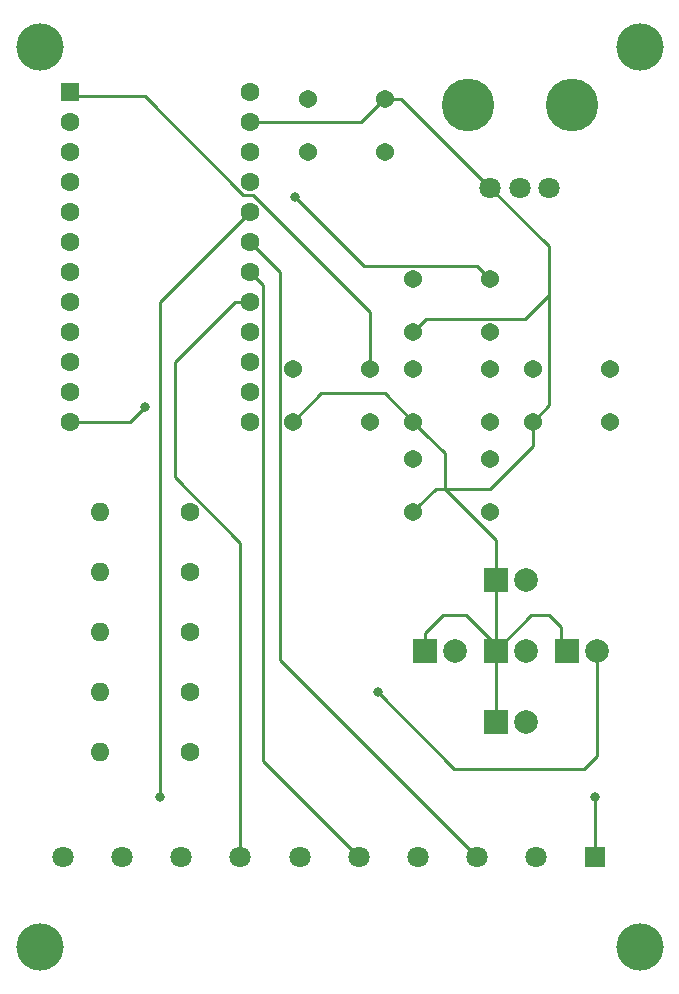
<source format=gbr>
%TF.GenerationSoftware,KiCad,Pcbnew,(5.1.6)-1*%
%TF.CreationDate,2020-06-27T19:36:01-04:00*%
%TF.ProjectId,dancegames controller,64616e63-6567-4616-9d65-7320636f6e74,rev?*%
%TF.SameCoordinates,Original*%
%TF.FileFunction,Copper,L1,Top*%
%TF.FilePolarity,Positive*%
%FSLAX46Y46*%
G04 Gerber Fmt 4.6, Leading zero omitted, Abs format (unit mm)*
G04 Created by KiCad (PCBNEW (5.1.6)-1) date 2020-06-27 19:36:01*
%MOMM*%
%LPD*%
G01*
G04 APERTURE LIST*
%TA.AperFunction,ComponentPad*%
%ADD10C,2.000000*%
%TD*%
%TA.AperFunction,ComponentPad*%
%ADD11R,2.000000X2.000000*%
%TD*%
%TA.AperFunction,ComponentPad*%
%ADD12C,4.460000*%
%TD*%
%TA.AperFunction,ComponentPad*%
%ADD13C,1.800000*%
%TD*%
%TA.AperFunction,ComponentPad*%
%ADD14C,4.000000*%
%TD*%
%TA.AperFunction,ComponentPad*%
%ADD15C,1.540000*%
%TD*%
%TA.AperFunction,ComponentPad*%
%ADD16R,1.800000X1.800000*%
%TD*%
%TA.AperFunction,ComponentPad*%
%ADD17C,1.600000*%
%TD*%
%TA.AperFunction,ComponentPad*%
%ADD18R,1.600000X1.600000*%
%TD*%
%TA.AperFunction,ComponentPad*%
%ADD19O,1.600000X1.600000*%
%TD*%
%TA.AperFunction,ViaPad*%
%ADD20C,0.800000*%
%TD*%
%TA.AperFunction,Conductor*%
%ADD21C,0.250000*%
%TD*%
G04 APERTURE END LIST*
D10*
%TO.P,D5,2*%
%TO.N,Net-(D5-Pad2)*%
X153540000Y-114000000D03*
D11*
%TO.P,D5,1*%
%TO.N,GND*%
X151000000Y-114000000D03*
%TD*%
D10*
%TO.P,D4,2*%
%TO.N,Net-(D4-Pad2)*%
X159540000Y-114000000D03*
D11*
%TO.P,D4,1*%
%TO.N,GND*%
X157000000Y-114000000D03*
%TD*%
D10*
%TO.P,D3,2*%
%TO.N,Net-(D3-Pad2)*%
X153540000Y-108000000D03*
D11*
%TO.P,D3,1*%
%TO.N,GND*%
X151000000Y-108000000D03*
%TD*%
D10*
%TO.P,D1,2*%
%TO.N,Net-(D1-Pad2)*%
X147540000Y-114000000D03*
D11*
%TO.P,D1,1*%
%TO.N,GND*%
X145000000Y-114000000D03*
%TD*%
D10*
%TO.P,D2,2*%
%TO.N,Net-(D2-Pad2)*%
X153540000Y-120000000D03*
D11*
%TO.P,D2,1*%
%TO.N,GND*%
X151000000Y-120000000D03*
%TD*%
D12*
%TO.P,VR1,5*%
%TO.N,N/C*%
X157435000Y-67815000D03*
%TO.P,VR1,4*%
X148635000Y-67815000D03*
D13*
%TO.P,VR1,3*%
%TO.N,Net-(U1-Pad12)*%
X155535000Y-74815000D03*
%TO.P,VR1,2*%
%TO.N,+5V*%
X153035000Y-74815000D03*
%TO.P,VR1,1*%
%TO.N,GND*%
X150535000Y-74815000D03*
%TD*%
D14*
%TO.P,HOLE_M3,1*%
%TO.N,N/C*%
X163195000Y-139065000D03*
%TD*%
%TO.P,HOLE_M3,1*%
%TO.N,N/C*%
X112395000Y-139065000D03*
%TD*%
%TO.P,HOLE_M3,1*%
%TO.N,N/C*%
X163195000Y-62865000D03*
%TD*%
%TO.P,HOLE_M3,1*%
%TO.N,N/C*%
X112395000Y-62865000D03*
%TD*%
D15*
%TO.P,S4,4*%
%TO.N,Net-(S4-Pad4)*%
X154155000Y-90115000D03*
%TO.P,S4,3*%
%TO.N,Net-(S4-Pad3)*%
X160655000Y-90115000D03*
%TO.P,S4,2*%
%TO.N,GND*%
X154155000Y-94615000D03*
%TO.P,S4,1*%
%TO.N,Net-(S4-Pad1)*%
X160655000Y-94615000D03*
%TD*%
D13*
%TO.P,JPadConenctorHeader1,10*%
%TO.N,GND*%
X114385000Y-131445000D03*
%TO.P,JPadConenctorHeader1,9*%
%TO.N,Net-(JPadConenctorHeader1-Pad9)*%
X119385000Y-131445000D03*
%TO.P,JPadConenctorHeader1,8*%
%TO.N,GND*%
X124385000Y-131445000D03*
%TO.P,JPadConenctorHeader1,7*%
%TO.N,Net-(JPadConenctorHeader1-Pad7)*%
X129385000Y-131445000D03*
%TO.P,JPadConenctorHeader1,6*%
%TO.N,GND*%
X134385000Y-131445000D03*
%TO.P,JPadConenctorHeader1,5*%
%TO.N,Net-(JPadConenctorHeader1-Pad5)*%
X139385000Y-131445000D03*
%TO.P,JPadConenctorHeader1,4*%
%TO.N,GND*%
X144385000Y-131445000D03*
%TO.P,JPadConenctorHeader1,3*%
%TO.N,Net-(JPadConenctorHeader1-Pad3)*%
X149385000Y-131445000D03*
%TO.P,JPadConenctorHeader1,2*%
%TO.N,GND*%
X154385000Y-131445000D03*
D16*
%TO.P,JPadConenctorHeader1,1*%
%TO.N,Net-(JPadConenctorHeader1-Pad1)*%
X159385000Y-131445000D03*
%TD*%
D17*
%TO.P,U1,24*%
%TO.N,Net-(U1-Pad24)*%
X130175000Y-66675000D03*
%TO.P,U1,23*%
%TO.N,GND*%
X130175000Y-69215000D03*
%TO.P,U1,22*%
%TO.N,Net-(SR1-Pad2)*%
X130175000Y-71755000D03*
%TO.P,U1,21*%
%TO.N,+5V*%
X130175000Y-74295000D03*
%TO.P,U1,20*%
%TO.N,Net-(JPadConenctorHeader1-Pad1)*%
X130175000Y-76835000D03*
%TO.P,U1,19*%
%TO.N,Net-(JPadConenctorHeader1-Pad3)*%
X130175000Y-79375000D03*
%TO.P,U1,18*%
%TO.N,Net-(JPadConenctorHeader1-Pad5)*%
X130175000Y-81915000D03*
%TO.P,U1,17*%
%TO.N,Net-(JPadConenctorHeader1-Pad7)*%
X130175000Y-84455000D03*
%TO.P,U1,16*%
%TO.N,Net-(S5-Pad3)*%
X130175000Y-86995000D03*
%TO.P,U1,15*%
%TO.N,Net-(S4-Pad3)*%
X130175000Y-89535000D03*
%TO.P,U1,14*%
%TO.N,Net-(S3-Pad3)*%
X130175000Y-92075000D03*
%TO.P,U1,13*%
%TO.N,Net-(JPadConenctorHeader1-Pad9)*%
X130175000Y-94615000D03*
%TO.P,U1,12*%
%TO.N,Net-(U1-Pad12)*%
X114935000Y-94615000D03*
%TO.P,U1,11*%
%TO.N,Net-(U1-Pad11)*%
X114935000Y-92075000D03*
%TO.P,U1,10*%
%TO.N,Net-(U1-Pad10)*%
X114935000Y-89535000D03*
%TO.P,U1,9*%
%TO.N,Net-(R5-220ohm1-Pad2)*%
X114935000Y-86995000D03*
%TO.P,U1,8*%
%TO.N,Net-(R4-220ohm1-Pad2)*%
X114935000Y-84455000D03*
%TO.P,U1,7*%
%TO.N,Net-(R3-220ohm1-Pad2)*%
X114935000Y-81915000D03*
%TO.P,U1,6*%
%TO.N,Net-(R2-220ohm1-Pad2)*%
X114935000Y-79375000D03*
%TO.P,U1,5*%
%TO.N,Net-(R1-220ohm1-Pad2)*%
X114935000Y-76835000D03*
%TO.P,U1,4*%
%TO.N,Net-(U1-Pad4)*%
X114935000Y-74295000D03*
%TO.P,U1,3*%
%TO.N,Net-(U1-Pad3)*%
X114935000Y-71755000D03*
%TO.P,U1,2*%
%TO.N,Net-(S2-Pad3)*%
X114935000Y-69215000D03*
D18*
%TO.P,U1,1*%
%TO.N,Net-(S1-Pad3)*%
X114935000Y-66675000D03*
%TD*%
D15*
%TO.P,SR1,4*%
%TO.N,Net-(SR1-Pad4)*%
X135105000Y-67255000D03*
%TO.P,SR1,3*%
%TO.N,GND*%
X141605000Y-67255000D03*
%TO.P,SR1,2*%
%TO.N,Net-(SR1-Pad2)*%
X135105000Y-71755000D03*
%TO.P,SR1,1*%
%TO.N,Net-(SR1-Pad1)*%
X141605000Y-71755000D03*
%TD*%
%TO.P,S5,4*%
%TO.N,Net-(S5-Pad4)*%
X143995000Y-90115000D03*
%TO.P,S5,3*%
%TO.N,Net-(S5-Pad3)*%
X150495000Y-90115000D03*
%TO.P,S5,2*%
%TO.N,GND*%
X143995000Y-94615000D03*
%TO.P,S5,1*%
%TO.N,Net-(S5-Pad1)*%
X150495000Y-94615000D03*
%TD*%
%TO.P,S3,4*%
%TO.N,Net-(S3-Pad4)*%
X143995000Y-97735000D03*
%TO.P,S3,3*%
%TO.N,Net-(S3-Pad3)*%
X150495000Y-97735000D03*
%TO.P,S3,2*%
%TO.N,GND*%
X143995000Y-102235000D03*
%TO.P,S3,1*%
%TO.N,Net-(S3-Pad1)*%
X150495000Y-102235000D03*
%TD*%
%TO.P,S2,4*%
%TO.N,Net-(S2-Pad4)*%
X143995000Y-82495000D03*
%TO.P,S2,3*%
%TO.N,Net-(S2-Pad3)*%
X150495000Y-82495000D03*
%TO.P,S2,2*%
%TO.N,GND*%
X143995000Y-86995000D03*
%TO.P,S2,1*%
%TO.N,Net-(S2-Pad1)*%
X150495000Y-86995000D03*
%TD*%
%TO.P,S1,4*%
%TO.N,Net-(S1-Pad4)*%
X133835000Y-90115000D03*
%TO.P,S1,3*%
%TO.N,Net-(S1-Pad3)*%
X140335000Y-90115000D03*
%TO.P,S1,2*%
%TO.N,GND*%
X133835000Y-94615000D03*
%TO.P,S1,1*%
%TO.N,Net-(S1-Pad1)*%
X140335000Y-94615000D03*
%TD*%
D19*
%TO.P,R5-220ohm1,2*%
%TO.N,Net-(R5-220ohm1-Pad2)*%
X117475000Y-122555000D03*
D17*
%TO.P,R5-220ohm1,1*%
%TO.N,Net-(D5-Pad2)*%
X125095000Y-122555000D03*
%TD*%
D19*
%TO.P,R4-220ohm1,2*%
%TO.N,Net-(R4-220ohm1-Pad2)*%
X117475000Y-117475000D03*
D17*
%TO.P,R4-220ohm1,1*%
%TO.N,Net-(D4-Pad2)*%
X125095000Y-117475000D03*
%TD*%
D19*
%TO.P,R3-220ohm1,2*%
%TO.N,Net-(R3-220ohm1-Pad2)*%
X117475000Y-112395000D03*
D17*
%TO.P,R3-220ohm1,1*%
%TO.N,Net-(D3-Pad2)*%
X125095000Y-112395000D03*
%TD*%
D19*
%TO.P,R2-220ohm1,2*%
%TO.N,Net-(R2-220ohm1-Pad2)*%
X117475000Y-107315000D03*
D17*
%TO.P,R2-220ohm1,1*%
%TO.N,Net-(D2-Pad2)*%
X125095000Y-107315000D03*
%TD*%
D19*
%TO.P,R1-220ohm1,2*%
%TO.N,Net-(R1-220ohm1-Pad2)*%
X117475000Y-102235000D03*
D17*
%TO.P,R1-220ohm1,1*%
%TO.N,Net-(D1-Pad2)*%
X125095000Y-102235000D03*
%TD*%
D20*
%TO.N,Net-(D4-Pad2)*%
X141000000Y-117500000D03*
%TO.N,Net-(JPadConenctorHeader1-Pad1)*%
X122555000Y-126365000D03*
X159385000Y-126365000D03*
%TO.N,Net-(S2-Pad3)*%
X133985000Y-75565000D03*
%TO.N,Net-(U1-Pad12)*%
X121285000Y-93345000D03*
%TD*%
D21*
%TO.N,Net-(D4-Pad2)*%
X159540000Y-114000000D02*
X159540000Y-122960000D01*
X159540000Y-122960000D02*
X158500000Y-124000000D01*
X158500000Y-124000000D02*
X147500000Y-124000000D01*
X147500000Y-124000000D02*
X141000000Y-117500000D01*
X141000000Y-117500000D02*
X141000000Y-117500000D01*
%TO.N,Net-(JPadConenctorHeader1-Pad7)*%
X129385000Y-104859998D02*
X123825000Y-99299998D01*
X129385000Y-131445000D02*
X129385000Y-104859998D01*
X123825000Y-99299998D02*
X123825000Y-89535000D01*
X128905000Y-84455000D02*
X130175000Y-84455000D01*
X123825000Y-89535000D02*
X128905000Y-84455000D01*
%TO.N,Net-(JPadConenctorHeader1-Pad5)*%
X131300001Y-83040001D02*
X130175000Y-81915000D01*
X139385000Y-131445000D02*
X131300001Y-123360001D01*
X131300001Y-123360001D02*
X131300001Y-83040001D01*
%TO.N,Net-(JPadConenctorHeader1-Pad3)*%
X132739999Y-81939999D02*
X130175000Y-79375000D01*
X132739999Y-114799999D02*
X132739999Y-81939999D01*
X149385000Y-131445000D02*
X132739999Y-114799999D01*
%TO.N,Net-(JPadConenctorHeader1-Pad1)*%
X130175000Y-76835000D02*
X122555000Y-84455000D01*
X122555000Y-84455000D02*
X122555000Y-126365000D01*
X122555000Y-126365000D02*
X122555000Y-126365000D01*
X159385000Y-126365000D02*
X159385000Y-131445000D01*
%TO.N,Net-(S1-Pad3)*%
X129634999Y-75420001D02*
X121285000Y-67070002D01*
X130425003Y-75420001D02*
X129634999Y-75420001D01*
X140335000Y-90115000D02*
X140335000Y-85329998D01*
X140335000Y-85329998D02*
X130425003Y-75420001D01*
X115330002Y-67070002D02*
X114935000Y-66675000D01*
X121285000Y-67070002D02*
X115330002Y-67070002D01*
%TO.N,Net-(S2-Pad3)*%
X149399999Y-81399999D02*
X139819999Y-81399999D01*
X150495000Y-82495000D02*
X149399999Y-81399999D01*
X139819999Y-81399999D02*
X133985000Y-75565000D01*
X133985000Y-75565000D02*
X133985000Y-75565000D01*
%TO.N,Net-(U1-Pad12)*%
X114935000Y-94615000D02*
X120015000Y-94615000D01*
X120015000Y-94615000D02*
X121285000Y-93345000D01*
X121285000Y-93345000D02*
X121285000Y-93345000D01*
%TO.N,GND*%
X145265000Y-95885000D02*
X143995000Y-94615000D01*
X124385000Y-132155000D02*
X124385000Y-131445000D01*
X155535000Y-93235000D02*
X154155000Y-94615000D01*
X144445010Y-101784990D02*
X144181400Y-101784990D01*
X145900000Y-100330000D02*
X144445010Y-101784990D01*
X143995000Y-94615000D02*
X146685000Y-97305000D01*
X146685000Y-100330000D02*
X145900000Y-100330000D01*
X136225000Y-92225000D02*
X133835000Y-94615000D01*
X141605000Y-92225000D02*
X136225000Y-92225000D01*
X143995000Y-94615000D02*
X141605000Y-92225000D01*
X154155000Y-96670000D02*
X154155000Y-94615000D01*
X150495000Y-100330000D02*
X146685000Y-100330000D01*
X150495000Y-100330000D02*
X154155000Y-96670000D01*
X139610000Y-69250000D02*
X141286795Y-67573205D01*
X130175000Y-69215000D02*
X130210000Y-69250000D01*
X130210000Y-69250000D02*
X139610000Y-69250000D01*
X155535000Y-84035000D02*
X155535000Y-93235000D01*
X155500000Y-79780000D02*
X155500000Y-84000000D01*
X150535000Y-74815000D02*
X155500000Y-79780000D01*
X155500000Y-84000000D02*
X155535000Y-84035000D01*
X145090001Y-85899999D02*
X153495001Y-85899999D01*
X153495001Y-85899999D02*
X155535000Y-83860000D01*
X143995000Y-86995000D02*
X145090001Y-85899999D01*
X155535000Y-83860000D02*
X155535000Y-84035000D01*
X151000000Y-104630000D02*
X146685000Y-100315000D01*
X151000000Y-108000000D02*
X151000000Y-104630000D01*
X146685000Y-97305000D02*
X146685000Y-100315000D01*
X146685000Y-100315000D02*
X146685000Y-100330000D01*
X151000000Y-108000000D02*
X151000000Y-114000000D01*
X151000000Y-114000000D02*
X151000000Y-120000000D01*
X145000000Y-112500000D02*
X145000000Y-114000000D01*
X146500000Y-111000000D02*
X145000000Y-112500000D01*
X148500000Y-111000000D02*
X146500000Y-111000000D01*
X151000000Y-114000000D02*
X151000000Y-113500000D01*
X151000000Y-113500000D02*
X148500000Y-111000000D01*
X156500000Y-112000000D02*
X156500000Y-113500000D01*
X156500000Y-113500000D02*
X157000000Y-114000000D01*
X155500000Y-111000000D02*
X156500000Y-112000000D01*
X151000000Y-114000000D02*
X154000000Y-111000000D01*
X154000000Y-111000000D02*
X155500000Y-111000000D01*
X142975000Y-67255000D02*
X150535000Y-74815000D01*
X141605000Y-67255000D02*
X142975000Y-67255000D01*
%TD*%
M02*

</source>
